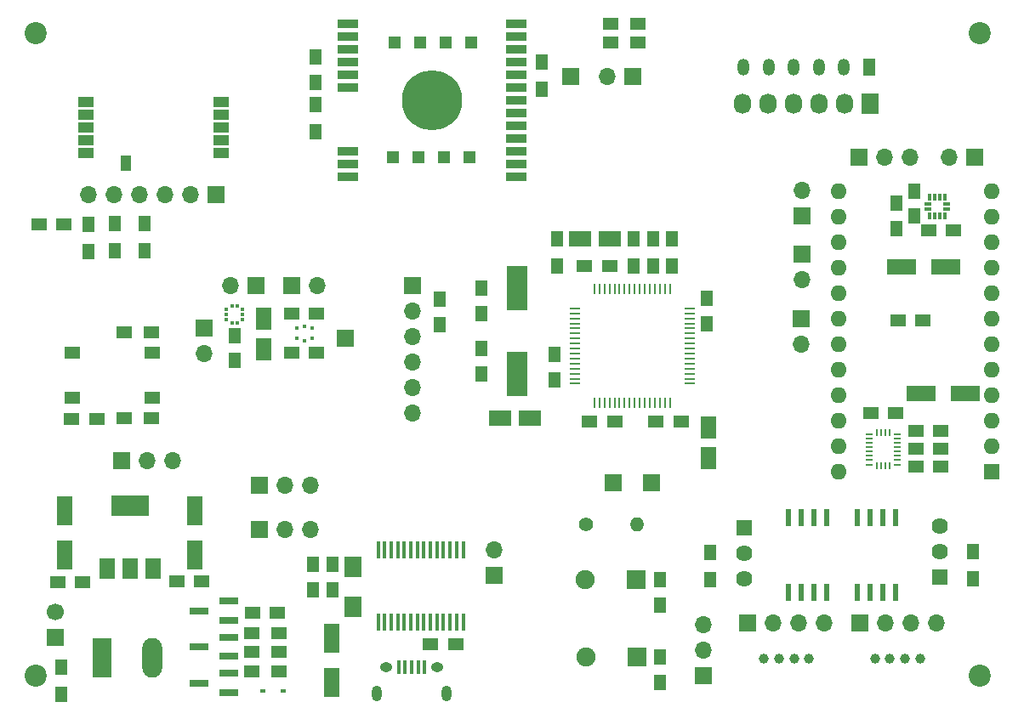
<source format=gbr>
G04 #@! TF.FileFunction,Soldermask,Top*
%FSLAX46Y46*%
G04 Gerber Fmt 4.6, Leading zero omitted, Abs format (unit mm)*
G04 Created by KiCad (PCBNEW 4.0.4-stable) date 11/09/17 15:47:28*
%MOMM*%
%LPD*%
G01*
G04 APERTURE LIST*
%ADD10C,0.100000*%
%ADD11R,0.700000X0.230000*%
%ADD12R,0.230000X0.700000*%
%ADD13R,0.350000X0.750000*%
%ADD14R,0.750000X0.350000*%
%ADD15R,1.250000X1.500000*%
%ADD16R,1.700000X1.700000*%
%ADD17O,1.700000X1.700000*%
%ADD18R,3.000000X1.600000*%
%ADD19R,1.500000X1.250000*%
%ADD20R,2.000000X4.500000*%
%ADD21R,1.600000X1.000000*%
%ADD22R,1.000000X1.600000*%
%ADD23R,1.600000X3.000000*%
%ADD24R,0.600000X0.450000*%
%ADD25C,1.700000*%
%ADD26R,1.700000X2.000000*%
%ADD27R,1.905000X1.905000*%
%ADD28C,1.905000*%
%ADD29R,1.980000X3.960000*%
%ADD30O,1.980000X3.960000*%
%ADD31R,0.400000X1.350000*%
%ADD32O,1.250000X0.950000*%
%ADD33O,1.000000X1.550000*%
%ADD34R,1.900000X0.800000*%
%ADD35R,1.300000X1.500000*%
%ADD36R,1.500000X1.300000*%
%ADD37C,1.400000*%
%ADD38O,1.400000X1.400000*%
%ADD39R,1.000000X0.250000*%
%ADD40R,0.250000X1.000000*%
%ADD41R,0.450000X1.750000*%
%ADD42R,0.450000X0.400000*%
%ADD43R,0.400000X0.450000*%
%ADD44R,0.550000X1.750000*%
%ADD45R,1.550000X1.300000*%
%ADD46R,1.727200X2.032000*%
%ADD47O,1.727200X2.032000*%
%ADD48R,1.620000X1.620000*%
%ADD49C,1.620000*%
%ADD50R,3.800000X2.000000*%
%ADD51R,1.500000X2.000000*%
%ADD52C,2.200000*%
%ADD53R,0.375000X0.350000*%
%ADD54R,0.350000X0.375000*%
%ADD55R,1.270000X1.270000*%
%ADD56R,2.000000X0.900000*%
%ADD57C,6.000000*%
%ADD58R,2.200000X1.600000*%
%ADD59R,1.600000X2.200000*%
%ADD60C,1.000000*%
%ADD61R,1.200000X1.700000*%
%ADD62O,1.200000X1.700000*%
%ADD63R,1.600000X1.600000*%
%ADD64O,1.600000X1.600000*%
G04 APERTURE END LIST*
D10*
D11*
X132350000Y-145340000D03*
D12*
X131595000Y-145195000D03*
X131595000Y-148495000D03*
X131165000Y-145195000D03*
X131165000Y-148495000D03*
X130735000Y-145195000D03*
X130735000Y-148495000D03*
X130305000Y-145195000D03*
X130305000Y-148495000D03*
D11*
X132350000Y-145770000D03*
X132350000Y-146200000D03*
X132350000Y-146630000D03*
X132350000Y-147060000D03*
X132350000Y-147490000D03*
X132350000Y-147920000D03*
X132350000Y-148350000D03*
X129550000Y-145340000D03*
X129550000Y-145770000D03*
X129550000Y-146200000D03*
X129550000Y-146630000D03*
X129550000Y-147060000D03*
X129550000Y-147490000D03*
X129550000Y-147920000D03*
X129550000Y-148350000D03*
D13*
X136557500Y-121680000D03*
X136057500Y-121680000D03*
X136557500Y-123580000D03*
X136057500Y-123580000D03*
X135557500Y-121680000D03*
X135557500Y-123580000D03*
X137057500Y-121680000D03*
X137057500Y-123580000D03*
D14*
X135357500Y-122380000D03*
X135357500Y-122880000D03*
X137257500Y-122880000D03*
X137257500Y-122380000D03*
D15*
X134050000Y-121100000D03*
X134050000Y-123600000D03*
D16*
X128550000Y-117700000D03*
D17*
X131090000Y-117700000D03*
X133630000Y-117700000D03*
D18*
X137200000Y-128700000D03*
X132800000Y-128700000D03*
D15*
X132250000Y-122350000D03*
X132250000Y-124850000D03*
D19*
X137950000Y-125000000D03*
X135450000Y-125000000D03*
D16*
X77400000Y-135750000D03*
D20*
X94500000Y-130800000D03*
X94500000Y-139300000D03*
D16*
X104050000Y-150200000D03*
D21*
X51550000Y-112260000D03*
X51550000Y-113530000D03*
X51550000Y-114800000D03*
X51550000Y-116070000D03*
X51550000Y-117340000D03*
X65050000Y-117340000D03*
X65050000Y-116070000D03*
X65050000Y-114800000D03*
X65050000Y-113530000D03*
X65050000Y-112260000D03*
D22*
X55550000Y-118340000D03*
D15*
X74200000Y-160800000D03*
X74200000Y-158300000D03*
D23*
X76050000Y-165700000D03*
X76050000Y-170100000D03*
D19*
X101700000Y-144100000D03*
X104200000Y-144100000D03*
D15*
X90950000Y-130800000D03*
X90950000Y-133300000D03*
X90950000Y-139300000D03*
X90950000Y-136800000D03*
X76100000Y-160800000D03*
X76100000Y-158300000D03*
D19*
X68150000Y-163150000D03*
X70650000Y-163150000D03*
X108300000Y-144100000D03*
X110800000Y-144100000D03*
X60600000Y-160000000D03*
X63100000Y-160000000D03*
D15*
X98200000Y-137400000D03*
X98200000Y-139900000D03*
X108700000Y-167550000D03*
X108700000Y-170050000D03*
D19*
X103700000Y-128600000D03*
X101200000Y-128600000D03*
D23*
X62450000Y-157350000D03*
X62450000Y-152950000D03*
D15*
X113350000Y-134300000D03*
X113350000Y-131800000D03*
X108700000Y-159850000D03*
X108700000Y-162350000D03*
D23*
X49450000Y-152950000D03*
X49450000Y-157350000D03*
D19*
X51250000Y-160100000D03*
X48750000Y-160100000D03*
X74550000Y-133350000D03*
X72050000Y-133350000D03*
X46900000Y-124450000D03*
X49400000Y-124450000D03*
X74550000Y-137250000D03*
X72050000Y-137250000D03*
D15*
X74400000Y-107750000D03*
X74400000Y-110250000D03*
D19*
X50160000Y-143780000D03*
X52660000Y-143780000D03*
X132390000Y-133990000D03*
X134890000Y-133990000D03*
D15*
X66350000Y-135500000D03*
X66350000Y-138000000D03*
X86800000Y-134400000D03*
X86800000Y-131900000D03*
D24*
X71250000Y-170900000D03*
X69150000Y-170900000D03*
D25*
X48500000Y-163050000D03*
D16*
X48500000Y-165610000D03*
X72060000Y-130550000D03*
D17*
X74600000Y-130550000D03*
D16*
X68490000Y-130550000D03*
D17*
X65950000Y-130550000D03*
D26*
X78200000Y-162550000D03*
X78200000Y-158550000D03*
D27*
X106400000Y-167550000D03*
D28*
X101320000Y-167550000D03*
D27*
X106390000Y-159850000D03*
D28*
X101310000Y-159850000D03*
D29*
X53150000Y-167650000D03*
D30*
X58150000Y-167650000D03*
D31*
X82700000Y-168500000D03*
X83350000Y-168500000D03*
X84000000Y-168500000D03*
X84650000Y-168500000D03*
X85300000Y-168500000D03*
D32*
X81500000Y-168500000D03*
X86500000Y-168500000D03*
D33*
X80500000Y-171200000D03*
X87500000Y-171200000D03*
D16*
X84075000Y-130530000D03*
D17*
X84075000Y-133070000D03*
X84075000Y-135610000D03*
X84075000Y-138150000D03*
X84075000Y-140690000D03*
X84075000Y-143230000D03*
D16*
X92250000Y-159390000D03*
D17*
X92250000Y-156850000D03*
D16*
X106025000Y-109675000D03*
D17*
X103485000Y-109675000D03*
D16*
X140050000Y-117700000D03*
D17*
X137510000Y-117700000D03*
D16*
X63300000Y-134760000D03*
D17*
X63300000Y-137300000D03*
D16*
X64500000Y-121450000D03*
D17*
X61960000Y-121450000D03*
X59420000Y-121450000D03*
X56880000Y-121450000D03*
X54340000Y-121450000D03*
X51800000Y-121450000D03*
D16*
X55170000Y-148000000D03*
D17*
X57710000Y-148000000D03*
X60250000Y-148000000D03*
D16*
X99800000Y-109675000D03*
X107850000Y-150200000D03*
X113050000Y-169350000D03*
D17*
X113050000Y-166810000D03*
X113050000Y-164270000D03*
D34*
X65800000Y-171075000D03*
X65800000Y-169175000D03*
X62800000Y-170125000D03*
X65800000Y-167475000D03*
X65800000Y-165575000D03*
X62800000Y-166525000D03*
X65800000Y-163875000D03*
X65800000Y-161975000D03*
X62800000Y-162925000D03*
D35*
X98475000Y-128575000D03*
X98475000Y-125875000D03*
X106100000Y-128550000D03*
X106100000Y-125850000D03*
D36*
X68100000Y-168950000D03*
X70800000Y-168950000D03*
X68100000Y-167050000D03*
X70800000Y-167050000D03*
X70800000Y-165150000D03*
X68100000Y-165150000D03*
D35*
X54450000Y-124350000D03*
X54450000Y-127050000D03*
X74400000Y-112500000D03*
X74400000Y-115200000D03*
X57400000Y-124350000D03*
X57400000Y-127050000D03*
X51800000Y-127100000D03*
X51800000Y-124400000D03*
X139850000Y-159750000D03*
X139850000Y-157050000D03*
D36*
X106550000Y-106300000D03*
X103850000Y-106300000D03*
X106550000Y-104450000D03*
X103850000Y-104450000D03*
D35*
X113750000Y-159850000D03*
X113750000Y-157150000D03*
D36*
X55410000Y-135180000D03*
X58110000Y-135180000D03*
D35*
X96950000Y-110950000D03*
X96950000Y-108250000D03*
D36*
X58110000Y-143730000D03*
X55410000Y-143730000D03*
D37*
X101320000Y-154300000D03*
D38*
X106400000Y-154300000D03*
D39*
X100250000Y-132800000D03*
X100250000Y-133300000D03*
X100250000Y-133800000D03*
X100250000Y-134300000D03*
X100250000Y-134800000D03*
X100250000Y-135300000D03*
X100250000Y-135800000D03*
X100250000Y-136300000D03*
X100250000Y-136800000D03*
X100250000Y-137300000D03*
X100250000Y-137800000D03*
X100250000Y-138300000D03*
X100250000Y-138800000D03*
X100250000Y-139300000D03*
X100250000Y-139800000D03*
X100250000Y-140300000D03*
D40*
X102200000Y-142250000D03*
X102700000Y-142250000D03*
X103200000Y-142250000D03*
X103700000Y-142250000D03*
X104200000Y-142250000D03*
X104700000Y-142250000D03*
X105200000Y-142250000D03*
X105700000Y-142250000D03*
X106200000Y-142250000D03*
X106700000Y-142250000D03*
X107200000Y-142250000D03*
X107700000Y-142250000D03*
X108200000Y-142250000D03*
X108700000Y-142250000D03*
X109200000Y-142250000D03*
X109700000Y-142250000D03*
D39*
X111650000Y-140300000D03*
X111650000Y-139800000D03*
X111650000Y-139300000D03*
X111650000Y-138800000D03*
X111650000Y-138300000D03*
X111650000Y-137800000D03*
X111650000Y-137300000D03*
X111650000Y-136800000D03*
X111650000Y-136300000D03*
X111650000Y-135800000D03*
X111650000Y-135300000D03*
X111650000Y-134800000D03*
X111650000Y-134300000D03*
X111650000Y-133800000D03*
X111650000Y-133300000D03*
X111650000Y-132800000D03*
D40*
X109700000Y-130850000D03*
X109200000Y-130850000D03*
X108700000Y-130850000D03*
X108200000Y-130850000D03*
X107700000Y-130850000D03*
X107200000Y-130850000D03*
X106700000Y-130850000D03*
X106200000Y-130850000D03*
X105700000Y-130850000D03*
X105200000Y-130850000D03*
X104700000Y-130850000D03*
X104200000Y-130850000D03*
X103700000Y-130850000D03*
X103200000Y-130850000D03*
X102700000Y-130850000D03*
X102200000Y-130850000D03*
D41*
X89125000Y-156850000D03*
X88475000Y-156850000D03*
X87825000Y-156850000D03*
X87175000Y-156850000D03*
X86525000Y-156850000D03*
X85875000Y-156850000D03*
X85225000Y-156850000D03*
X84575000Y-156850000D03*
X83925000Y-156850000D03*
X83275000Y-156850000D03*
X82625000Y-156850000D03*
X81975000Y-156850000D03*
X81325000Y-156850000D03*
X80675000Y-156850000D03*
X80675000Y-164050000D03*
X81325000Y-164050000D03*
X81975000Y-164050000D03*
X82625000Y-164050000D03*
X83275000Y-164050000D03*
X83925000Y-164050000D03*
X84575000Y-164050000D03*
X85225000Y-164050000D03*
X85875000Y-164050000D03*
X86525000Y-164050000D03*
X87175000Y-164050000D03*
X87825000Y-164050000D03*
X88475000Y-164050000D03*
X89125000Y-164050000D03*
D42*
X73350000Y-134550000D03*
X73350000Y-136050000D03*
D43*
X74100000Y-134800000D03*
X74100000Y-135800000D03*
X72600000Y-134800000D03*
X72600000Y-135800000D03*
D44*
X128395000Y-161050000D03*
X129665000Y-161050000D03*
X130935000Y-161050000D03*
X132205000Y-161050000D03*
X132205000Y-153650000D03*
X130935000Y-153650000D03*
X129665000Y-153650000D03*
X128395000Y-153650000D03*
D45*
X58140000Y-137230000D03*
X58140000Y-141730000D03*
X50180000Y-141730000D03*
X50180000Y-137230000D03*
D44*
X121495000Y-161050000D03*
X122765000Y-161050000D03*
X124035000Y-161050000D03*
X125305000Y-161050000D03*
X125305000Y-153650000D03*
X124035000Y-153650000D03*
X122765000Y-153650000D03*
X121495000Y-153650000D03*
D46*
X129605000Y-112425000D03*
D47*
X127065000Y-112425000D03*
X124525000Y-112425000D03*
X121985000Y-112425000D03*
X119445000Y-112425000D03*
X116905000Y-112425000D03*
D48*
X136550000Y-159600000D03*
D49*
X136550000Y-157060000D03*
X136550000Y-154520000D03*
D48*
X117100000Y-154620000D03*
D49*
X117100000Y-157160000D03*
X117100000Y-159700000D03*
D16*
X128600000Y-164100000D03*
D17*
X131140000Y-164100000D03*
X133680000Y-164100000D03*
X136220000Y-164100000D03*
D16*
X117480000Y-164100000D03*
D17*
X120020000Y-164100000D03*
X122560000Y-164100000D03*
X125100000Y-164100000D03*
D50*
X55950000Y-152450000D03*
D51*
X55950000Y-158750000D03*
X58250000Y-158750000D03*
X53650000Y-158750000D03*
D52*
X140550000Y-105350000D03*
X140550000Y-169350000D03*
X46550000Y-105350000D03*
X46550000Y-169350000D03*
D53*
X65550000Y-133400000D03*
X65550000Y-132900000D03*
X65550000Y-133900000D03*
X67170000Y-133400000D03*
X67170000Y-132900000D03*
X67170000Y-133900000D03*
D54*
X66110000Y-134210000D03*
X66610000Y-134210000D03*
X66110000Y-132590000D03*
X66610000Y-132590000D03*
D19*
X85900000Y-166250000D03*
X88400000Y-166250000D03*
D16*
X68860000Y-154800000D03*
D17*
X71400000Y-154800000D03*
X73940000Y-154800000D03*
D16*
X68850000Y-150400000D03*
D17*
X71390000Y-150400000D03*
X73930000Y-150400000D03*
D35*
X49150000Y-171250000D03*
X49150000Y-168550000D03*
X108050000Y-125850000D03*
X108050000Y-128550000D03*
X109950000Y-125850000D03*
X109950000Y-128550000D03*
D55*
X82180000Y-117770000D03*
X84720000Y-117770000D03*
X87260000Y-117770000D03*
X89800000Y-117770000D03*
X82280000Y-106350000D03*
X84820000Y-106350000D03*
X87360000Y-106350000D03*
X89900000Y-106350000D03*
D56*
X94425000Y-119685000D03*
X94425000Y-118415000D03*
X94425000Y-117145000D03*
X94425000Y-115875000D03*
X94425000Y-109525000D03*
X94425000Y-110795000D03*
X94425000Y-113335000D03*
X94425000Y-112065000D03*
X94425000Y-114605000D03*
X94425000Y-108255000D03*
X94425000Y-104445000D03*
X94425000Y-106985000D03*
X94425000Y-105715000D03*
X77675000Y-118405000D03*
X77675000Y-117135000D03*
X77675000Y-105705000D03*
X77675000Y-104435000D03*
X77675000Y-106975000D03*
X77675000Y-110785000D03*
X77675000Y-109515000D03*
X77675000Y-108245000D03*
X77675000Y-119675000D03*
D57*
X86055000Y-112065000D03*
D58*
X92770000Y-143730000D03*
X95770000Y-143730000D03*
D59*
X113550000Y-144700000D03*
X113550000Y-147700000D03*
D58*
X103750000Y-125850000D03*
X100750000Y-125850000D03*
D59*
X69250000Y-136850000D03*
X69250000Y-133850000D03*
D60*
X130125000Y-167725000D03*
X131625000Y-167725000D03*
X133125000Y-167725000D03*
X134625000Y-167725000D03*
X119075000Y-167725000D03*
X120575000Y-167725000D03*
X122075000Y-167725000D03*
X123575000Y-167725000D03*
D61*
X129525000Y-108725000D03*
D62*
X127025000Y-108725000D03*
X124525000Y-108725000D03*
X122025000Y-108725000D03*
X119525000Y-108725000D03*
X117025000Y-108725000D03*
D18*
X134750000Y-141300000D03*
X139150000Y-141300000D03*
D19*
X132200000Y-143250000D03*
X129700000Y-143250000D03*
X134200000Y-148600000D03*
X136700000Y-148600000D03*
X134200000Y-146800000D03*
X136700000Y-146800000D03*
X134200000Y-145000000D03*
X136700000Y-145000000D03*
D16*
X122800000Y-133860000D03*
D17*
X122800000Y-136400000D03*
D63*
X141740000Y-149080000D03*
D64*
X126500000Y-121140000D03*
X141740000Y-146540000D03*
X126500000Y-123680000D03*
X141740000Y-144000000D03*
X126500000Y-126220000D03*
X141740000Y-141460000D03*
X126500000Y-128760000D03*
X141740000Y-138920000D03*
X126500000Y-131300000D03*
X141740000Y-136380000D03*
X126500000Y-133840000D03*
X141740000Y-133840000D03*
X126500000Y-136380000D03*
X141740000Y-131300000D03*
X126500000Y-138920000D03*
X141740000Y-128760000D03*
X126500000Y-141460000D03*
X141740000Y-126220000D03*
X126500000Y-144000000D03*
X141740000Y-123680000D03*
X126500000Y-146540000D03*
X141740000Y-121140000D03*
X126500000Y-149080000D03*
D16*
X122900000Y-123590000D03*
D17*
X122900000Y-121050000D03*
D16*
X122900000Y-127360000D03*
D17*
X122900000Y-129900000D03*
M02*

</source>
